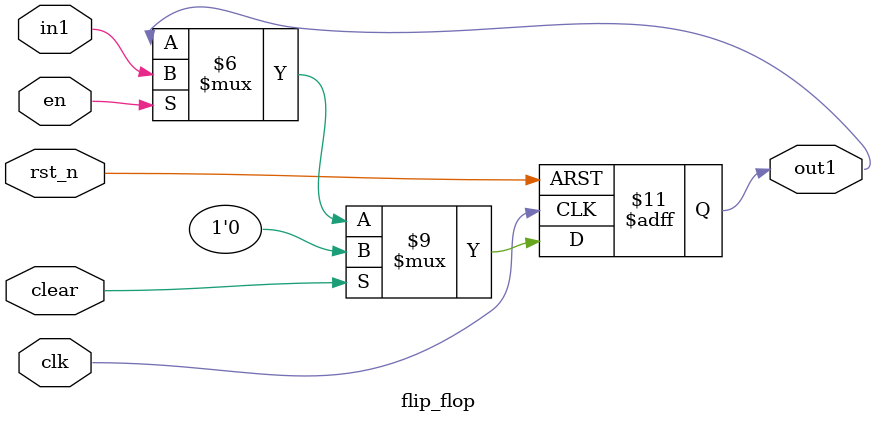
<source format=v>
`timescale 1ns / 1ps


module flip_flop(

input   clk,
input   rst_n,
input   en,
input   clear,
input   in1,
output  reg out1

    );
    
    always @(posedge clk or negedge rst_n)begin
        if(~rst_n)  out1<=1'b0;
        else if(clear==1'b1)  out1<=1'b0;
        else if(en==1'b1) out1<=in1;
        else        out1<=out1;
    
    end
    
    
endmodule

</source>
